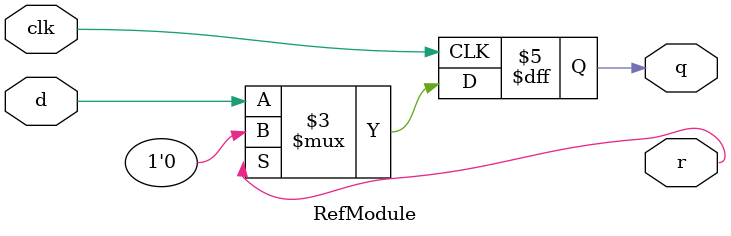
<source format=sv>

module RefModule (
  input clk,
  input d,
  output r,
  output logic q
);

  always@(posedge clk) begin
    if (r)
      q <= 0;
    else
      q <= d;
  end

endmodule


</source>
